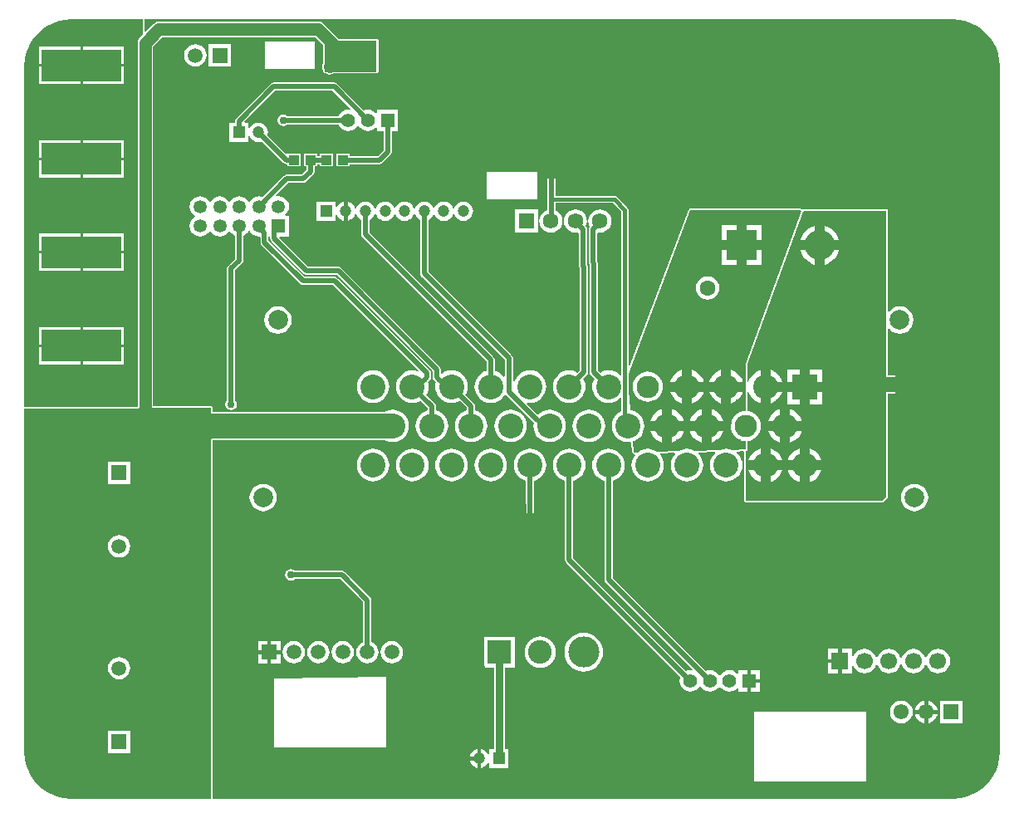
<source format=gtl>
G04*
G04 #@! TF.GenerationSoftware,Altium Limited,Altium Designer,20.0.13 (296)*
G04*
G04 Layer_Physical_Order=1*
G04 Layer_Color=255*
%FSLAX25Y25*%
%MOIN*%
G70*
G01*
G75*
%ADD14R,0.04300X0.03900*%
%ADD17C,0.06299*%
%ADD19C,0.12500*%
%ADD22C,0.10000*%
%ADD23R,0.10000X0.10000*%
%ADD25C,0.09500*%
%ADD46C,0.01500*%
%ADD47R,0.32000X0.13000*%
%ADD48R,0.02000X0.04000*%
%ADD49R,0.02000X0.02000*%
%ADD50R,0.06000X0.06000*%
%ADD51R,0.12000X0.06000*%
%ADD52C,0.02000*%
%ADD53C,0.05000*%
%ADD54C,0.10000*%
%ADD55C,0.03000*%
%ADD56R,0.21000X0.12500*%
%ADD57R,0.12000X0.12000*%
%ADD58C,0.12000*%
%ADD59R,0.09500X0.09500*%
%ADD60C,0.07900*%
%ADD61C,0.09000*%
%ADD62C,0.06102*%
%ADD63R,0.06102X0.06102*%
%ADD64R,0.06260X0.06260*%
%ADD65C,0.06260*%
%ADD66C,0.04724*%
%ADD67R,0.04724X0.04724*%
%ADD68R,0.05906X0.05906*%
%ADD69C,0.05906*%
%ADD70R,0.06693X0.06693*%
%ADD71C,0.06693*%
%ADD72C,0.05937*%
%ADD73R,0.05937X0.05937*%
%ADD74R,0.05512X0.05512*%
%ADD75C,0.05512*%
%ADD76R,0.04724X0.04724*%
%ADD77C,0.05900*%
%ADD78R,0.05900X0.05900*%
%ADD79C,0.05315*%
%ADD80R,0.05315X0.05315*%
%ADD81C,0.03000*%
G36*
X1008822Y785837D02*
X1011205Y785363D01*
X1013506Y784582D01*
X1015685Y783507D01*
X1017705Y782158D01*
X1019532Y780556D01*
X1021134Y778729D01*
X1022484Y776709D01*
X1023559Y774530D01*
X1024339Y772229D01*
X1024813Y769846D01*
X1024970Y767464D01*
X1024961Y767421D01*
Y491831D01*
X1024970Y491788D01*
X1024813Y489406D01*
X1024339Y487023D01*
X1023559Y484722D01*
X1022484Y482543D01*
X1021134Y480523D01*
X1019532Y478696D01*
X1017705Y477094D01*
X1015685Y475744D01*
X1013506Y474670D01*
X1011205Y473889D01*
X1008822Y473415D01*
X1006441Y473259D01*
X1006398Y473267D01*
X709149D01*
Y617162D01*
X709174Y617186D01*
X778078D01*
X778800Y616800D01*
X780025Y616429D01*
X781299Y616303D01*
X782574Y616429D01*
X783799Y616800D01*
X784928Y617404D01*
X785918Y618216D01*
X786730Y619206D01*
X787334Y620335D01*
X787705Y621560D01*
X787831Y622835D01*
X787705Y624109D01*
X787334Y625334D01*
X786730Y626463D01*
X785918Y627453D01*
X784928Y628265D01*
X783799Y628869D01*
X782574Y629241D01*
X781299Y629366D01*
X780025Y629241D01*
X778800Y628869D01*
X778078Y628483D01*
X709149D01*
Y630000D01*
X708959Y630459D01*
X708500Y630649D01*
X685127D01*
X685127Y775205D01*
X688795Y778873D01*
X750205D01*
X753351Y775728D01*
Y768640D01*
X753292Y768563D01*
X752980Y767809D01*
X752873Y767000D01*
X752980Y766191D01*
X753292Y765437D01*
X753351Y765360D01*
Y765000D01*
X753541Y764541D01*
X754000Y764351D01*
X754360D01*
X754437Y764292D01*
X755191Y763980D01*
X756000Y763873D01*
X756809Y763980D01*
X757563Y764292D01*
X757640Y764351D01*
X775000D01*
X775459Y764541D01*
X775649Y765000D01*
Y777500D01*
X775459Y777959D01*
X775000Y778149D01*
X759772D01*
X753711Y784211D01*
X753063Y784708D01*
X752309Y785020D01*
X751500Y785127D01*
X751500Y785127D01*
X687500D01*
X686691Y785020D01*
X685937Y784708D01*
X685289Y784211D01*
X685289Y784211D01*
X682111Y781033D01*
X681649Y781225D01*
Y785985D01*
X1006398D01*
X1006441Y785993D01*
X1008822Y785837D01*
D02*
G37*
G36*
X652067Y785985D02*
X681000D01*
Y779922D01*
X679789Y778711D01*
X679292Y778063D01*
X678980Y777309D01*
X678873Y776500D01*
X678873Y776500D01*
X678873Y630500D01*
X633503Y630500D01*
Y767421D01*
X633495Y767464D01*
X633651Y769846D01*
X634125Y772229D01*
X634906Y774530D01*
X635981Y776709D01*
X637330Y778729D01*
X638933Y780556D01*
X640759Y782158D01*
X642779Y783507D01*
X644959Y784582D01*
X647259Y785363D01*
X649642Y785837D01*
X652024Y785993D01*
X652067Y785985D01*
D02*
G37*
G36*
X708500Y473267D02*
X652067D01*
X652024Y473259D01*
X649642Y473415D01*
X647259Y473889D01*
X644959Y474670D01*
X642779Y475744D01*
X640759Y477094D01*
X638933Y478696D01*
X637330Y480523D01*
X635981Y482543D01*
X634906Y484722D01*
X634125Y487023D01*
X633651Y489406D01*
X633495Y491788D01*
X633503Y491831D01*
Y629850D01*
X678873Y629851D01*
X679234Y630000D01*
X708500D01*
Y473267D01*
D02*
G37*
%LPC*%
G36*
X716390Y776035D02*
X707453D01*
Y767098D01*
X716390D01*
Y776035D01*
D02*
G37*
G36*
X702079Y776074D02*
X700912Y775920D01*
X699825Y775470D01*
X698892Y774754D01*
X698175Y773820D01*
X697725Y772733D01*
X697572Y771567D01*
X697725Y770400D01*
X698175Y769313D01*
X698892Y768380D01*
X699825Y767664D01*
X700912Y767213D01*
X702079Y767060D01*
X703245Y767213D01*
X704332Y767664D01*
X705266Y768380D01*
X705982Y769313D01*
X706432Y770400D01*
X706586Y771567D01*
X706432Y772733D01*
X705982Y773820D01*
X705266Y774754D01*
X704332Y775470D01*
X703245Y775920D01*
X702079Y776074D01*
D02*
G37*
G36*
X750000Y777000D02*
X730000D01*
Y766000D01*
X750000D01*
Y777000D01*
D02*
G37*
G36*
X757874Y760631D02*
X733500D01*
X732876Y760507D01*
X732346Y760153D01*
X718409Y746216D01*
X718056Y745687D01*
X717932Y745063D01*
Y744527D01*
X715701D01*
Y736803D01*
X723425D01*
Y738952D01*
X723925Y739051D01*
X724063Y738718D01*
X724682Y737911D01*
X725489Y737292D01*
X726429Y736903D01*
X727437Y736770D01*
X728445Y736903D01*
X728762Y737034D01*
X737449Y728346D01*
X737978Y727993D01*
X738602Y727869D01*
X738904D01*
Y726950D01*
X744404D01*
Y732050D01*
X738904D01*
Y732050D01*
X738519Y731891D01*
X731069Y739341D01*
X731200Y739657D01*
X731332Y740665D01*
X731200Y741674D01*
X730811Y742613D01*
X730192Y743420D01*
X729385Y744039D01*
X728445Y744428D01*
X727437Y744561D01*
X726429Y744428D01*
X725489Y744039D01*
X724682Y743420D01*
X724063Y742613D01*
X723925Y742279D01*
X723425Y742379D01*
Y744527D01*
X721988D01*
X721797Y744989D01*
X734176Y757369D01*
X757198D01*
X764387Y750180D01*
X764153Y749707D01*
X763500Y749793D01*
X762389Y749646D01*
X761354Y749218D01*
X760465Y748535D01*
X759783Y747646D01*
X759569Y747131D01*
X739176D01*
X739158Y747158D01*
X738397Y747667D01*
X737500Y747845D01*
X736603Y747667D01*
X735842Y747158D01*
X735333Y746397D01*
X735155Y745500D01*
X735333Y744603D01*
X735842Y743842D01*
X736603Y743333D01*
X737500Y743155D01*
X738397Y743333D01*
X739158Y743842D01*
X739176Y743869D01*
X759569D01*
X759783Y743354D01*
X760465Y742465D01*
X761354Y741783D01*
X762389Y741354D01*
X763500Y741207D01*
X764611Y741354D01*
X765646Y741783D01*
X766535Y742465D01*
X767151Y743267D01*
X767435Y743316D01*
X767439D01*
X767723Y743267D01*
X768339Y742465D01*
X769228Y741783D01*
X770263Y741354D01*
X771374Y741207D01*
X772485Y741354D01*
X773520Y741783D01*
X774409Y742465D01*
X774519Y742607D01*
X774992Y742446D01*
Y741244D01*
X777617D01*
Y733424D01*
X775324Y731131D01*
X764096D01*
Y732050D01*
X758597D01*
Y726950D01*
X764096D01*
Y727869D01*
X776000D01*
X776624Y727993D01*
X777153Y728346D01*
X780402Y731595D01*
X780755Y732124D01*
X780879Y732748D01*
Y741244D01*
X783504D01*
Y749756D01*
X774992D01*
Y748554D01*
X774519Y748393D01*
X774409Y748535D01*
X773520Y749218D01*
X772485Y749646D01*
X771374Y749793D01*
X770263Y749646D01*
X769748Y749433D01*
X759028Y760153D01*
X758498Y760507D01*
X757874Y760631D01*
D02*
G37*
G36*
X757404Y732050D02*
X751903D01*
Y731131D01*
X751096D01*
Y732050D01*
X745597D01*
Y726950D01*
X746715D01*
Y725522D01*
X744824Y723631D01*
X738752D01*
X738128Y723507D01*
X737598Y723153D01*
X729177Y714732D01*
X728711Y714924D01*
X727626Y715067D01*
X726541Y714924D01*
X725529Y714506D01*
X724661Y713839D01*
X723994Y712971D01*
X723939Y712837D01*
X723439D01*
X723384Y712971D01*
X722717Y713839D01*
X721849Y714506D01*
X720837Y714924D01*
X719752Y715067D01*
X718667Y714924D01*
X717655Y714506D01*
X716787Y713839D01*
X716120Y712971D01*
X716065Y712837D01*
X715565D01*
X715510Y712971D01*
X714843Y713839D01*
X713975Y714506D01*
X712963Y714924D01*
X711878Y715067D01*
X710793Y714924D01*
X709781Y714506D01*
X708913Y713839D01*
X708246Y712971D01*
X708191Y712837D01*
X707691D01*
X707635Y712971D01*
X706969Y713839D01*
X706101Y714506D01*
X705089Y714924D01*
X704004Y715067D01*
X702919Y714924D01*
X701907Y714506D01*
X701039Y713839D01*
X700372Y712971D01*
X699954Y711959D01*
X699811Y710874D01*
X699954Y709789D01*
X700372Y708777D01*
X701039Y707909D01*
X701907Y707242D01*
X702041Y707187D01*
Y706687D01*
X701907Y706632D01*
X701039Y705965D01*
X700372Y705097D01*
X699954Y704085D01*
X699811Y703000D01*
X699954Y701915D01*
X700372Y700903D01*
X701039Y700035D01*
X701907Y699368D01*
X702919Y698949D01*
X704004Y698807D01*
X705089Y698949D01*
X706101Y699368D01*
X706969Y700035D01*
X707635Y700903D01*
X707691Y701037D01*
X708191D01*
X708246Y700903D01*
X708913Y700035D01*
X709781Y699368D01*
X710793Y698949D01*
X711878Y698807D01*
X712963Y698949D01*
X713975Y699368D01*
X714843Y700035D01*
X715510Y700903D01*
X715565Y701037D01*
X716065D01*
X716120Y700903D01*
X716787Y700035D01*
X717655Y699368D01*
X718121Y699176D01*
Y689928D01*
X715346Y687153D01*
X714993Y686624D01*
X714869Y686000D01*
Y633176D01*
X714842Y633158D01*
X714333Y632397D01*
X714155Y631500D01*
X714333Y630603D01*
X714842Y629842D01*
X715603Y629333D01*
X716500Y629155D01*
X717397Y629333D01*
X718158Y629842D01*
X718667Y630603D01*
X718845Y631500D01*
X718667Y632397D01*
X718158Y633158D01*
X718131Y633176D01*
Y685324D01*
X720905Y688098D01*
X721259Y688628D01*
X721383Y689252D01*
Y699176D01*
X721849Y699368D01*
X722717Y700035D01*
X723384Y700903D01*
X723439Y701037D01*
X723939D01*
X723994Y700903D01*
X724661Y700035D01*
X725529Y699368D01*
X726541Y698949D01*
X727626Y698807D01*
X727830Y698834D01*
X728206Y698504D01*
Y696472D01*
X728330Y695847D01*
X728684Y695318D01*
X744062Y679940D01*
X744591Y679586D01*
X745216Y679462D01*
X757301D01*
X791602Y645161D01*
X791336Y644719D01*
X790448Y644989D01*
X789173Y645114D01*
X787899Y644989D01*
X786674Y644617D01*
X785545Y644013D01*
X784555Y643201D01*
X783743Y642211D01*
X783139Y641082D01*
X782767Y639857D01*
X782642Y638583D01*
X782767Y637309D01*
X783139Y636083D01*
X783743Y634954D01*
X784555Y633964D01*
X785545Y633152D01*
X786674Y632548D01*
X787899Y632177D01*
X789173Y632051D01*
X790448Y632177D01*
X791673Y632548D01*
X792473Y632976D01*
X795416Y630033D01*
Y629132D01*
X794548Y628869D01*
X793419Y628265D01*
X792429Y627453D01*
X791617Y626463D01*
X791013Y625334D01*
X790641Y624109D01*
X790516Y622835D01*
X790641Y621560D01*
X791013Y620335D01*
X791617Y619206D01*
X792429Y618216D01*
X793419Y617404D01*
X794548Y616800D01*
X795773Y616429D01*
X797047Y616303D01*
X798322Y616429D01*
X799547Y616800D01*
X800676Y617404D01*
X801666Y618216D01*
X802478Y619206D01*
X803082Y620335D01*
X803453Y621560D01*
X803579Y622835D01*
X803453Y624109D01*
X803082Y625334D01*
X802478Y626463D01*
X801666Y627453D01*
X800676Y628265D01*
X799547Y628869D01*
X798679Y629132D01*
Y630709D01*
X798555Y631333D01*
X798201Y631862D01*
X794780Y635283D01*
X795208Y636083D01*
X795579Y637309D01*
X795705Y638583D01*
X795579Y639857D01*
X795430Y640349D01*
X796247Y641166D01*
X796600Y641695D01*
X796724Y642320D01*
Y643976D01*
X796600Y644601D01*
X796247Y645130D01*
X759130Y682247D01*
X758601Y682600D01*
X757976Y682725D01*
X745891D01*
X731468Y697147D01*
Y698842D01*
X732114D01*
Y698091D01*
X732238Y697466D01*
X732592Y696937D01*
X745681Y683848D01*
X746210Y683494D01*
X746835Y683370D01*
X758920D01*
X797370Y644920D01*
Y642320D01*
X797494Y641695D01*
X797848Y641166D01*
X798665Y640349D01*
X798515Y639857D01*
X798390Y638583D01*
X798515Y637309D01*
X798887Y636083D01*
X799491Y634954D01*
X800303Y633964D01*
X801293Y633152D01*
X802422Y632548D01*
X803647Y632177D01*
X804921Y632051D01*
X806196Y632177D01*
X807421Y632548D01*
X808221Y632976D01*
X811164Y630033D01*
Y629132D01*
X810296Y628869D01*
X809167Y628265D01*
X808177Y627453D01*
X807365Y626463D01*
X806761Y625334D01*
X806389Y624109D01*
X806264Y622835D01*
X806389Y621560D01*
X806761Y620335D01*
X807365Y619206D01*
X808177Y618216D01*
X809167Y617404D01*
X810296Y616800D01*
X811521Y616429D01*
X812795Y616303D01*
X814070Y616429D01*
X815295Y616800D01*
X816424Y617404D01*
X817414Y618216D01*
X818226Y619206D01*
X818830Y620335D01*
X819201Y621560D01*
X819327Y622835D01*
X819201Y624109D01*
X818830Y625334D01*
X818226Y626463D01*
X817414Y627453D01*
X816424Y628265D01*
X815295Y628869D01*
X814427Y629132D01*
Y630709D01*
X814303Y631333D01*
X813949Y631862D01*
X810528Y635283D01*
X810956Y636083D01*
X811327Y637309D01*
X811453Y638583D01*
X811327Y639857D01*
X810956Y641082D01*
X810352Y642211D01*
X809540Y643201D01*
X808550Y644013D01*
X807421Y644617D01*
X806196Y644989D01*
X804921Y645114D01*
X803647Y644989D01*
X802422Y644617D01*
X801293Y644013D01*
X801085Y643843D01*
X800633Y644057D01*
Y645595D01*
X800509Y646220D01*
X800155Y646749D01*
X760749Y686155D01*
X760220Y686509D01*
X759595Y686633D01*
X747510D01*
X735801Y698343D01*
X736008Y698842D01*
X739657D01*
Y707158D01*
X738307D01*
X738137Y707657D01*
X738465Y707909D01*
X739131Y708777D01*
X739550Y709789D01*
X739693Y710874D01*
X739550Y711959D01*
X739131Y712971D01*
X738465Y713839D01*
X737597Y714506D01*
X736585Y714924D01*
X735500Y715067D01*
X734732Y714966D01*
X734499Y715440D01*
X739428Y720369D01*
X745500D01*
X746124Y720493D01*
X746654Y720847D01*
X749500Y723693D01*
X749854Y724222D01*
X749978Y724847D01*
Y726950D01*
X751096D01*
Y727869D01*
X751903D01*
Y726950D01*
X757404D01*
Y732050D01*
D02*
G37*
G36*
X839370Y724705D02*
X819094Y724606D01*
Y713681D01*
X839370D01*
Y724705D01*
D02*
G37*
G36*
X809744Y712895D02*
X808736Y712763D01*
X807796Y712374D01*
X806989Y711755D01*
X806371Y710948D01*
X806078Y710241D01*
X805536D01*
X805244Y710948D01*
X804625Y711755D01*
X803818Y712374D01*
X802878Y712763D01*
X801870Y712895D01*
X800862Y712763D01*
X799922Y712374D01*
X799116Y711755D01*
X798496Y710948D01*
X798204Y710241D01*
X797662D01*
X797370Y710948D01*
X796751Y711755D01*
X795944Y712374D01*
X795004Y712763D01*
X793996Y712895D01*
X792988Y712763D01*
X792048Y712374D01*
X791242Y711755D01*
X790622Y710948D01*
X790330Y710241D01*
X789788D01*
X789496Y710948D01*
X788877Y711755D01*
X788070Y712374D01*
X787130Y712763D01*
X786122Y712895D01*
X785114Y712763D01*
X784174Y712374D01*
X783367Y711755D01*
X782748Y710948D01*
X782456Y710241D01*
X781914D01*
X781622Y710948D01*
X781003Y711755D01*
X780196Y712374D01*
X779256Y712763D01*
X778248Y712895D01*
X777240Y712763D01*
X776300Y712374D01*
X775493Y711755D01*
X774874Y710948D01*
X774582Y710241D01*
X774040D01*
X773748Y710948D01*
X773129Y711755D01*
X772322Y712374D01*
X771382Y712763D01*
X770374Y712895D01*
X769366Y712763D01*
X768426Y712374D01*
X767620Y711755D01*
X767000Y710948D01*
X766708Y710241D01*
X766166D01*
X765874Y710948D01*
X765255Y711755D01*
X764448Y712374D01*
X763508Y712763D01*
X763250Y712797D01*
Y709000D01*
Y705203D01*
X763508Y705237D01*
X764448Y705626D01*
X765255Y706245D01*
X765874Y707052D01*
X766166Y707759D01*
X766708D01*
X767000Y707052D01*
X767620Y706245D01*
X768426Y705626D01*
X768743Y705495D01*
Y699653D01*
X768867Y699028D01*
X769220Y698499D01*
X819038Y648682D01*
Y644880D01*
X818170Y644617D01*
X817041Y644013D01*
X816051Y643201D01*
X815239Y642211D01*
X814635Y641082D01*
X814263Y639857D01*
X814138Y638583D01*
X814263Y637309D01*
X814635Y636083D01*
X815239Y634954D01*
X816051Y633964D01*
X817041Y633152D01*
X818170Y632548D01*
X819395Y632177D01*
X820669Y632051D01*
X821943Y632177D01*
X823169Y632548D01*
X824298Y633152D01*
X825288Y633964D01*
X826100Y634954D01*
X826319Y635364D01*
X826793Y635387D01*
X826866Y635327D01*
X837932Y624261D01*
X837885Y624109D01*
X837760Y622835D01*
X837885Y621560D01*
X838257Y620335D01*
X838861Y619206D01*
X839673Y618216D01*
X840663Y617404D01*
X841792Y616800D01*
X843017Y616429D01*
X844291Y616303D01*
X845566Y616429D01*
X846791Y616800D01*
X847920Y617404D01*
X848910Y618216D01*
X849722Y619206D01*
X850326Y620335D01*
X850697Y621560D01*
X850823Y622835D01*
X850697Y624109D01*
X850326Y625334D01*
X849722Y626463D01*
X848910Y627453D01*
X847920Y628265D01*
X846791Y628869D01*
X845566Y629241D01*
X844291Y629366D01*
X843017Y629241D01*
X841792Y628869D01*
X840663Y628265D01*
X839673Y627453D01*
X839369Y627438D01*
X835132Y631675D01*
X835359Y632156D01*
X836417Y632051D01*
X837691Y632177D01*
X838917Y632548D01*
X840046Y633152D01*
X841036Y633964D01*
X841848Y634954D01*
X842452Y636083D01*
X842823Y637309D01*
X842949Y638583D01*
X842823Y639857D01*
X842452Y641082D01*
X841848Y642211D01*
X841036Y643201D01*
X840046Y644013D01*
X838917Y644617D01*
X837691Y644989D01*
X836417Y645114D01*
X835143Y644989D01*
X833918Y644617D01*
X832789Y644013D01*
X831799Y643201D01*
X830987Y642211D01*
X830383Y641082D01*
X830131Y640252D01*
X829631Y640327D01*
Y650000D01*
X829507Y650624D01*
X829154Y651154D01*
X795627Y684680D01*
Y705495D01*
X795944Y705626D01*
X796751Y706245D01*
X797370Y707052D01*
X797662Y707759D01*
X798204D01*
X798496Y707052D01*
X799116Y706245D01*
X799922Y705626D01*
X800862Y705237D01*
X801870Y705104D01*
X802878Y705237D01*
X803818Y705626D01*
X804625Y706245D01*
X805244Y707052D01*
X805536Y707759D01*
X806078D01*
X806371Y707052D01*
X806989Y706245D01*
X807796Y705626D01*
X808736Y705237D01*
X809744Y705104D01*
X810752Y705237D01*
X811692Y705626D01*
X812499Y706245D01*
X813118Y707052D01*
X813507Y707992D01*
X813640Y709000D01*
X813507Y710008D01*
X813118Y710948D01*
X812499Y711755D01*
X811692Y712374D01*
X810752Y712763D01*
X809744Y712895D01*
D02*
G37*
G36*
X758488Y712862D02*
X750764D01*
Y705138D01*
X758488D01*
Y707286D01*
X758988Y707386D01*
X759126Y707052D01*
X759745Y706245D01*
X760552Y705626D01*
X761492Y705237D01*
X761750Y705203D01*
Y709000D01*
Y712797D01*
X761492Y712763D01*
X760552Y712374D01*
X759745Y711755D01*
X759126Y710948D01*
X758988Y710614D01*
X758488Y710714D01*
Y712862D01*
D02*
G37*
G36*
X839630Y709630D02*
X830370D01*
Y700370D01*
X839630D01*
Y709630D01*
D02*
G37*
G36*
X846600Y722100D02*
X843400D01*
Y718658D01*
X843369Y718500D01*
Y714000D01*
Y709401D01*
X842508Y709044D01*
X841540Y708302D01*
X840798Y707335D01*
X840332Y706209D01*
X840173Y705000D01*
X840332Y703791D01*
X840798Y702665D01*
X841540Y701698D01*
X842508Y700956D01*
X843634Y700489D01*
X844843Y700330D01*
X846051Y700489D01*
X847178Y700956D01*
X848145Y701698D01*
X848887Y702665D01*
X849353Y703791D01*
X849512Y705000D01*
X849353Y706209D01*
X848887Y707335D01*
X848145Y708302D01*
X847178Y709044D01*
X846631Y709270D01*
Y712373D01*
X869680D01*
X873124Y708930D01*
Y643222D01*
X872653Y643054D01*
X872532Y643201D01*
X871542Y644013D01*
X870413Y644617D01*
X869188Y644989D01*
X867913Y645114D01*
X866639Y644989D01*
X865414Y644617D01*
X864614Y644189D01*
X863625Y645178D01*
Y688237D01*
X863501Y688861D01*
X863330Y689117D01*
Y700109D01*
X863706Y700438D01*
X864528Y700330D01*
X865736Y700489D01*
X866862Y700956D01*
X867830Y701698D01*
X868572Y702665D01*
X869038Y703791D01*
X869197Y705000D01*
X869038Y706209D01*
X868572Y707335D01*
X867830Y708302D01*
X866862Y709044D01*
X865736Y709511D01*
X864528Y709670D01*
X863319Y709511D01*
X862193Y709044D01*
X861226Y708302D01*
X860483Y707335D01*
X860017Y706209D01*
X859858Y705000D01*
X860017Y703791D01*
X860454Y702736D01*
X860191Y702343D01*
X860067Y701718D01*
Y688532D01*
X860191Y687908D01*
X860362Y687652D01*
Y644502D01*
X860486Y643878D01*
X860840Y643349D01*
X862307Y641882D01*
X861879Y641082D01*
X861507Y639857D01*
X861382Y638583D01*
X861507Y637309D01*
X861879Y636083D01*
X862483Y634954D01*
X863295Y633964D01*
X864285Y633152D01*
X865414Y632548D01*
X866639Y632177D01*
X867913Y632051D01*
X869188Y632177D01*
X870413Y632548D01*
X871542Y633152D01*
X872532Y633964D01*
X872653Y634112D01*
X873124Y633943D01*
Y628781D01*
X872159Y628265D01*
X871169Y627453D01*
X870357Y626463D01*
X869753Y625334D01*
X869381Y624109D01*
X869256Y622835D01*
X869381Y621560D01*
X869753Y620335D01*
X870357Y619206D01*
X871169Y618216D01*
X872159Y617404D01*
X873288Y616800D01*
X874513Y616429D01*
X875787Y616303D01*
X876615Y616385D01*
X877157Y615956D01*
X877503Y612146D01*
X877609Y611943D01*
X877702Y611735D01*
X877723Y611726D01*
X877734Y611706D01*
X877952Y611638D01*
X878165Y611555D01*
X878336Y611560D01*
X878555Y611110D01*
X878231Y610715D01*
X877627Y609586D01*
X877256Y608361D01*
X877130Y607087D01*
X877256Y605812D01*
X877627Y604587D01*
X878231Y603458D01*
X879043Y602468D01*
X880033Y601656D01*
X881162Y601052D01*
X882387Y600681D01*
X883661Y600555D01*
X884936Y600681D01*
X886161Y601052D01*
X887290Y601656D01*
X888280Y602468D01*
X889092Y603458D01*
X889696Y604587D01*
X890067Y605812D01*
X890193Y607087D01*
X890067Y608361D01*
X889696Y609586D01*
X889092Y610715D01*
X888606Y611307D01*
X888838Y611813D01*
X894342Y611946D01*
X894583Y611451D01*
X893979Y610715D01*
X893375Y609586D01*
X893003Y608361D01*
X892878Y607087D01*
X893003Y605812D01*
X893375Y604587D01*
X893979Y603458D01*
X894791Y602468D01*
X895781Y601656D01*
X896910Y601052D01*
X898135Y600681D01*
X899409Y600555D01*
X900684Y600681D01*
X901909Y601052D01*
X903038Y601656D01*
X904028Y602468D01*
X904840Y603458D01*
X905444Y604587D01*
X905815Y605812D01*
X905941Y607087D01*
X905815Y608361D01*
X905444Y609586D01*
X904840Y610715D01*
X904049Y611680D01*
X904073Y611861D01*
X904184Y612183D01*
X910564Y612337D01*
X910738Y611868D01*
X910539Y611705D01*
X909727Y610715D01*
X909123Y609586D01*
X908751Y608361D01*
X908626Y607087D01*
X908751Y605812D01*
X909123Y604587D01*
X909727Y603458D01*
X910539Y602468D01*
X911529Y601656D01*
X912658Y601052D01*
X913883Y600681D01*
X915158Y600555D01*
X916432Y600681D01*
X917657Y601052D01*
X918786Y601656D01*
X919776Y602468D01*
X920588Y603458D01*
X921192Y604587D01*
X921563Y605812D01*
X921689Y607087D01*
X921563Y608361D01*
X921192Y609586D01*
X920588Y610715D01*
X919776Y611705D01*
X919357Y612049D01*
X919530Y612553D01*
X922024Y612613D01*
X922382Y612264D01*
Y592913D01*
X922572Y592454D01*
X923032Y592264D01*
X977953D01*
X978412Y592454D01*
X979891Y593933D01*
X980081Y594392D01*
Y635900D01*
X983100D01*
Y643100D01*
X980081D01*
Y661786D01*
X980581Y661956D01*
X980956Y661467D01*
X982094Y660594D01*
X983420Y660045D01*
X984842Y659857D01*
X986265Y660045D01*
X987591Y660594D01*
X988729Y661467D01*
X989603Y662606D01*
X990152Y663932D01*
X990340Y665354D01*
X990152Y666777D01*
X989603Y668103D01*
X988729Y669241D01*
X987591Y670115D01*
X986265Y670664D01*
X984842Y670851D01*
X983420Y670664D01*
X982094Y670115D01*
X980956Y669241D01*
X980581Y668753D01*
X980081Y668923D01*
Y709252D01*
X979891Y709711D01*
X979431Y709901D01*
X946419D01*
X946284Y709845D01*
X946137Y709837D01*
X945997Y709770D01*
X945987Y709768D01*
X945511Y709810D01*
X945330Y709885D01*
X945165Y709990D01*
X945107Y709977D01*
X945052Y710000D01*
X900768D01*
X900641Y709947D01*
X900502Y709943D01*
X900420Y709856D01*
X900309Y709810D01*
X900256Y709682D01*
X900161Y709581D01*
X876368Y646916D01*
X875876Y647006D01*
Y709500D01*
X875877Y709500D01*
X875772Y710027D01*
X875473Y710473D01*
X871223Y714723D01*
X870777Y715022D01*
X870250Y715127D01*
X846631D01*
Y718500D01*
X846600Y718658D01*
Y722100D01*
D02*
G37*
G36*
X735236Y670851D02*
X733813Y670664D01*
X732488Y670115D01*
X731349Y669241D01*
X730476Y668103D01*
X729926Y666777D01*
X729739Y665354D01*
X729926Y663932D01*
X730476Y662606D01*
X731349Y661467D01*
X732488Y660594D01*
X733813Y660045D01*
X735236Y659857D01*
X736659Y660045D01*
X737985Y660594D01*
X739123Y661467D01*
X739997Y662606D01*
X740546Y663932D01*
X740733Y665354D01*
X740546Y666777D01*
X739997Y668103D01*
X739123Y669241D01*
X737985Y670115D01*
X736659Y670664D01*
X735236Y670851D01*
D02*
G37*
G36*
X854685Y709670D02*
X853476Y709511D01*
X852350Y709044D01*
X851383Y708302D01*
X850641Y707335D01*
X850174Y706209D01*
X850015Y705000D01*
X850174Y703791D01*
X850641Y702665D01*
X851383Y701698D01*
X852350Y700956D01*
X853476Y700489D01*
X854685Y700330D01*
X855659Y700458D01*
X856159Y700109D01*
Y686913D01*
X856283Y686289D01*
X856454Y686033D01*
Y645178D01*
X855465Y644189D01*
X854665Y644617D01*
X853440Y644989D01*
X852165Y645114D01*
X850891Y644989D01*
X849666Y644617D01*
X848537Y644013D01*
X847547Y643201D01*
X846735Y642211D01*
X846131Y641082D01*
X845759Y639857D01*
X845634Y638583D01*
X845759Y637309D01*
X846131Y636083D01*
X846735Y634954D01*
X847547Y633964D01*
X848537Y633152D01*
X849666Y632548D01*
X850891Y632177D01*
X852165Y632051D01*
X853440Y632177D01*
X854665Y632548D01*
X855794Y633152D01*
X856784Y633964D01*
X857596Y634954D01*
X858200Y636083D01*
X858571Y637309D01*
X858697Y638583D01*
X858571Y639857D01*
X858200Y641082D01*
X857772Y641882D01*
X859239Y643349D01*
X859592Y643878D01*
X859717Y644502D01*
Y686618D01*
X859592Y687243D01*
X859421Y687499D01*
Y701718D01*
X859297Y702343D01*
X858943Y702872D01*
X858852Y702963D01*
X859196Y703791D01*
X859355Y705000D01*
X859196Y706209D01*
X858729Y707335D01*
X857987Y708302D01*
X857020Y709044D01*
X855894Y709511D01*
X854685Y709670D01*
D02*
G37*
G36*
X773425Y645114D02*
X772151Y644989D01*
X770926Y644617D01*
X769797Y644013D01*
X768807Y643201D01*
X767994Y642211D01*
X767391Y641082D01*
X767019Y639857D01*
X766894Y638583D01*
X767019Y637309D01*
X767391Y636083D01*
X767994Y634954D01*
X768807Y633964D01*
X769797Y633152D01*
X770926Y632548D01*
X772151Y632177D01*
X773425Y632051D01*
X774699Y632177D01*
X775925Y632548D01*
X777054Y633152D01*
X778044Y633964D01*
X778856Y634954D01*
X779459Y636083D01*
X779831Y637309D01*
X779957Y638583D01*
X779831Y639857D01*
X779459Y641082D01*
X778856Y642211D01*
X778044Y643201D01*
X777054Y644013D01*
X775925Y644617D01*
X774699Y644989D01*
X773425Y645114D01*
D02*
G37*
G36*
X860039Y629366D02*
X858765Y629241D01*
X857540Y628869D01*
X856411Y628265D01*
X855421Y627453D01*
X854609Y626463D01*
X854005Y625334D01*
X853633Y624109D01*
X853508Y622835D01*
X853633Y621560D01*
X854005Y620335D01*
X854609Y619206D01*
X855421Y618216D01*
X856411Y617404D01*
X857540Y616800D01*
X858765Y616429D01*
X860039Y616303D01*
X861314Y616429D01*
X862539Y616800D01*
X863668Y617404D01*
X864658Y618216D01*
X865470Y619206D01*
X866074Y620335D01*
X866445Y621560D01*
X866571Y622835D01*
X866445Y624109D01*
X866074Y625334D01*
X865470Y626463D01*
X864658Y627453D01*
X863668Y628265D01*
X862539Y628869D01*
X861314Y629241D01*
X860039Y629366D01*
D02*
G37*
G36*
X828643D02*
X827369Y629241D01*
X826144Y628869D01*
X825015Y628265D01*
X824025Y627453D01*
X823213Y626463D01*
X822609Y625334D01*
X822237Y624109D01*
X822112Y622835D01*
X822237Y621560D01*
X822609Y620335D01*
X823213Y619206D01*
X824025Y618216D01*
X825015Y617404D01*
X826144Y616800D01*
X827369Y616429D01*
X828643Y616303D01*
X829918Y616429D01*
X831143Y616800D01*
X832272Y617404D01*
X833262Y618216D01*
X834074Y619206D01*
X834678Y620335D01*
X835049Y621560D01*
X835175Y622835D01*
X835049Y624109D01*
X834678Y625334D01*
X834074Y626463D01*
X833262Y627453D01*
X832272Y628265D01*
X831143Y628869D01*
X829918Y629241D01*
X828643Y629366D01*
D02*
G37*
G36*
X820669Y613618D02*
X819395Y613493D01*
X818170Y613121D01*
X817041Y612517D01*
X816051Y611705D01*
X815239Y610715D01*
X814635Y609586D01*
X814263Y608361D01*
X814138Y607087D01*
X814263Y605812D01*
X814635Y604587D01*
X815239Y603458D01*
X816051Y602468D01*
X817041Y601656D01*
X818170Y601052D01*
X819395Y600681D01*
X820669Y600555D01*
X821943Y600681D01*
X823169Y601052D01*
X824298Y601656D01*
X825288Y602468D01*
X826100Y603458D01*
X826704Y604587D01*
X827075Y605812D01*
X827201Y607087D01*
X827075Y608361D01*
X826704Y609586D01*
X826100Y610715D01*
X825288Y611705D01*
X824298Y612517D01*
X823169Y613121D01*
X821943Y613493D01*
X820669Y613618D01*
D02*
G37*
G36*
X804921D02*
X803647Y613493D01*
X802422Y613121D01*
X801293Y612517D01*
X800303Y611705D01*
X799491Y610715D01*
X798887Y609586D01*
X798515Y608361D01*
X798390Y607087D01*
X798515Y605812D01*
X798887Y604587D01*
X799491Y603458D01*
X800303Y602468D01*
X801293Y601656D01*
X802422Y601052D01*
X803647Y600681D01*
X804921Y600555D01*
X806196Y600681D01*
X807421Y601052D01*
X808550Y601656D01*
X809540Y602468D01*
X810352Y603458D01*
X810956Y604587D01*
X811327Y605812D01*
X811453Y607087D01*
X811327Y608361D01*
X810956Y609586D01*
X810352Y610715D01*
X809540Y611705D01*
X808550Y612517D01*
X807421Y613121D01*
X806196Y613493D01*
X804921Y613618D01*
D02*
G37*
G36*
X789173D02*
X787899Y613493D01*
X786674Y613121D01*
X785545Y612517D01*
X784555Y611705D01*
X783743Y610715D01*
X783139Y609586D01*
X782767Y608361D01*
X782642Y607087D01*
X782767Y605812D01*
X783139Y604587D01*
X783743Y603458D01*
X784555Y602468D01*
X785545Y601656D01*
X786674Y601052D01*
X787899Y600681D01*
X789173Y600555D01*
X790448Y600681D01*
X791673Y601052D01*
X792802Y601656D01*
X793792Y602468D01*
X794604Y603458D01*
X795208Y604587D01*
X795579Y605812D01*
X795705Y607087D01*
X795579Y608361D01*
X795208Y609586D01*
X794604Y610715D01*
X793792Y611705D01*
X792802Y612517D01*
X791673Y613121D01*
X790448Y613493D01*
X789173Y613618D01*
D02*
G37*
G36*
X773425D02*
X772151Y613493D01*
X770926Y613121D01*
X769797Y612517D01*
X768807Y611705D01*
X767994Y610715D01*
X767391Y609586D01*
X767019Y608361D01*
X766894Y607087D01*
X767019Y605812D01*
X767391Y604587D01*
X767994Y603458D01*
X768807Y602468D01*
X769797Y601656D01*
X770926Y601052D01*
X772151Y600681D01*
X773425Y600555D01*
X774699Y600681D01*
X775925Y601052D01*
X777054Y601656D01*
X778044Y602468D01*
X778856Y603458D01*
X779459Y604587D01*
X779831Y605812D01*
X779957Y607087D01*
X779831Y608361D01*
X779459Y609586D01*
X778856Y610715D01*
X778044Y611705D01*
X777054Y612517D01*
X775925Y613121D01*
X774699Y613493D01*
X773425Y613618D01*
D02*
G37*
G36*
X990748Y599591D02*
X989325Y599404D01*
X988000Y598855D01*
X986861Y597982D01*
X985987Y596843D01*
X985438Y595517D01*
X985251Y594095D01*
X985438Y592672D01*
X985987Y591346D01*
X986861Y590207D01*
X988000Y589334D01*
X989325Y588785D01*
X990748Y588597D01*
X992171Y588785D01*
X993497Y589334D01*
X994635Y590207D01*
X995509Y591346D01*
X996058Y592672D01*
X996245Y594095D01*
X996058Y595517D01*
X995509Y596843D01*
X994635Y597982D01*
X993497Y598855D01*
X992171Y599404D01*
X990748Y599591D01*
D02*
G37*
G36*
X729331D02*
X727908Y599404D01*
X726582Y598855D01*
X725444Y597982D01*
X724570Y596843D01*
X724021Y595517D01*
X723834Y594095D01*
X724021Y592672D01*
X724570Y591346D01*
X725444Y590207D01*
X726582Y589334D01*
X727908Y588785D01*
X729331Y588597D01*
X730754Y588785D01*
X732079Y589334D01*
X733218Y590207D01*
X734091Y591346D01*
X734640Y592672D01*
X734828Y594095D01*
X734640Y595517D01*
X734091Y596843D01*
X733218Y597982D01*
X732079Y598855D01*
X730754Y599404D01*
X729331Y599591D01*
D02*
G37*
G36*
X836417Y613618D02*
X835143Y613493D01*
X833918Y613121D01*
X832789Y612517D01*
X831799Y611705D01*
X830987Y610715D01*
X830383Y609586D01*
X830011Y608361D01*
X829886Y607087D01*
X830011Y605812D01*
X830383Y604587D01*
X830987Y603458D01*
X831799Y602468D01*
X832789Y601656D01*
X833918Y601052D01*
X834869Y600764D01*
Y591500D01*
X834900Y591342D01*
Y587900D01*
X838100D01*
Y591342D01*
X838131Y591500D01*
Y600814D01*
X838917Y601052D01*
X840046Y601656D01*
X841036Y602468D01*
X841848Y603458D01*
X842452Y604587D01*
X842823Y605812D01*
X842949Y607087D01*
X842823Y608361D01*
X842452Y609586D01*
X841848Y610715D01*
X841036Y611705D01*
X840046Y612517D01*
X838917Y613121D01*
X837691Y613493D01*
X836417Y613618D01*
D02*
G37*
G36*
X736237Y536450D02*
X732537D01*
Y532750D01*
X736237D01*
Y536450D01*
D02*
G37*
G36*
X731037D02*
X727337D01*
Y532750D01*
X731037D01*
Y536450D01*
D02*
G37*
G36*
X1000185Y533321D02*
X998920Y533155D01*
X997741Y532666D01*
X996729Y531890D01*
X995952Y530877D01*
X995526Y529850D01*
X995001D01*
X994576Y530877D01*
X993799Y531890D01*
X992787Y532666D01*
X991608Y533155D01*
X990343Y533321D01*
X989077Y533155D01*
X987898Y532666D01*
X986886Y531890D01*
X986109Y530877D01*
X985684Y529850D01*
X985159D01*
X984733Y530877D01*
X983957Y531890D01*
X982944Y532666D01*
X981765Y533155D01*
X980500Y533321D01*
X979235Y533155D01*
X978056Y532666D01*
X977044Y531890D01*
X976267Y530877D01*
X975841Y529850D01*
X975316D01*
X974891Y530877D01*
X974114Y531890D01*
X973102Y532666D01*
X971923Y533155D01*
X970658Y533321D01*
X969392Y533155D01*
X968213Y532666D01*
X967201Y531890D01*
X966424Y530877D01*
X966161Y530243D01*
X965661Y530342D01*
Y533280D01*
X961565D01*
Y528433D01*
Y523587D01*
X965661D01*
Y526524D01*
X966161Y526623D01*
X966424Y525989D01*
X967201Y524976D01*
X968213Y524200D01*
X969392Y523711D01*
X970658Y523545D01*
X971923Y523711D01*
X973102Y524200D01*
X974114Y524976D01*
X974891Y525989D01*
X975316Y527016D01*
X975841D01*
X976267Y525989D01*
X977044Y524976D01*
X978056Y524200D01*
X979235Y523711D01*
X980500Y523545D01*
X981765Y523711D01*
X982944Y524200D01*
X983957Y524976D01*
X984733Y525989D01*
X985159Y527016D01*
X985684D01*
X986109Y525989D01*
X986886Y524976D01*
X987898Y524200D01*
X989077Y523711D01*
X990343Y523545D01*
X991608Y523711D01*
X992787Y524200D01*
X993799Y524976D01*
X994576Y525989D01*
X995001Y527016D01*
X995526D01*
X995952Y525989D01*
X996729Y524976D01*
X997741Y524200D01*
X998920Y523711D01*
X1000185Y523545D01*
X1001450Y523711D01*
X1002629Y524200D01*
X1003642Y524976D01*
X1004418Y525989D01*
X1004907Y527168D01*
X1005073Y528433D01*
X1004907Y529698D01*
X1004418Y530877D01*
X1003642Y531890D01*
X1002629Y532666D01*
X1001450Y533155D01*
X1000185Y533321D01*
D02*
G37*
G36*
X960065Y533280D02*
X955968D01*
Y529183D01*
X960065D01*
Y533280D01*
D02*
G37*
G36*
X736237Y531250D02*
X732537D01*
Y527550D01*
X736237D01*
Y531250D01*
D02*
G37*
G36*
X731037D02*
X727337D01*
Y527550D01*
X731037D01*
Y531250D01*
D02*
G37*
G36*
X781000Y536488D02*
X779838Y536336D01*
X778756Y535887D01*
X777826Y535174D01*
X777113Y534244D01*
X776664Y533162D01*
X776512Y532000D01*
X776664Y530838D01*
X777113Y529756D01*
X777826Y528826D01*
X778756Y528113D01*
X779838Y527665D01*
X781000Y527512D01*
X782162Y527665D01*
X783244Y528113D01*
X784174Y528826D01*
X784887Y529756D01*
X785335Y530838D01*
X785488Y532000D01*
X785335Y533162D01*
X784887Y534244D01*
X784174Y535174D01*
X783244Y535887D01*
X782162Y536336D01*
X781000Y536488D01*
D02*
G37*
G36*
X740500Y565345D02*
X739603Y565167D01*
X738842Y564658D01*
X738333Y563897D01*
X738155Y563000D01*
X738333Y562103D01*
X738842Y561342D01*
X739603Y560833D01*
X740500Y560655D01*
X741397Y560833D01*
X742158Y561342D01*
X742176Y561369D01*
X760324Y561369D01*
X769526Y552167D01*
Y536141D01*
X768913Y535887D01*
X767984Y535174D01*
X767270Y534244D01*
X766822Y533162D01*
X766669Y532000D01*
X766822Y530838D01*
X767270Y529756D01*
X767984Y528826D01*
X768913Y528113D01*
X769996Y527665D01*
X771158Y527512D01*
X772319Y527665D01*
X773402Y528113D01*
X774331Y528826D01*
X775045Y529756D01*
X775493Y530838D01*
X775646Y532000D01*
X775493Y533162D01*
X775045Y534244D01*
X774331Y535174D01*
X773402Y535887D01*
X772789Y536141D01*
Y552843D01*
X772665Y553467D01*
X772311Y553996D01*
X762153Y564153D01*
X761624Y564507D01*
X761000Y564631D01*
X742176Y564631D01*
X742158Y564658D01*
X741397Y565167D01*
X740500Y565345D01*
D02*
G37*
G36*
X761315Y536488D02*
X760153Y536336D01*
X759071Y535887D01*
X758141Y535174D01*
X757428Y534244D01*
X756980Y533162D01*
X756827Y532000D01*
X756980Y530838D01*
X757428Y529756D01*
X758141Y528826D01*
X759071Y528113D01*
X760153Y527665D01*
X761315Y527512D01*
X762477Y527665D01*
X763559Y528113D01*
X764489Y528826D01*
X765202Y529756D01*
X765650Y530838D01*
X765803Y532000D01*
X765650Y533162D01*
X765202Y534244D01*
X764489Y535174D01*
X763559Y535887D01*
X762477Y536336D01*
X761315Y536488D01*
D02*
G37*
G36*
X751473D02*
X750311Y536336D01*
X749228Y535887D01*
X748299Y535174D01*
X747585Y534244D01*
X747137Y533162D01*
X746984Y532000D01*
X747137Y530838D01*
X747585Y529756D01*
X748299Y528826D01*
X749228Y528113D01*
X750311Y527665D01*
X751473Y527512D01*
X752634Y527665D01*
X753717Y528113D01*
X754646Y528826D01*
X755360Y529756D01*
X755808Y530838D01*
X755961Y532000D01*
X755808Y533162D01*
X755360Y534244D01*
X754646Y535174D01*
X753717Y535887D01*
X752634Y536336D01*
X751473Y536488D01*
D02*
G37*
G36*
X741630D02*
X740468Y536336D01*
X739386Y535887D01*
X738456Y535174D01*
X737743Y534244D01*
X737294Y533162D01*
X737142Y532000D01*
X737294Y530838D01*
X737743Y529756D01*
X738456Y528826D01*
X739386Y528113D01*
X740468Y527665D01*
X741630Y527512D01*
X742792Y527665D01*
X743874Y528113D01*
X744804Y528826D01*
X745517Y529756D01*
X745965Y530838D01*
X746118Y532000D01*
X745965Y533162D01*
X745517Y534244D01*
X744804Y535174D01*
X743874Y535887D01*
X742792Y536336D01*
X741630Y536488D01*
D02*
G37*
G36*
X840500Y538280D02*
X839275Y538160D01*
X838097Y537802D01*
X837011Y537222D01*
X836059Y536441D01*
X835278Y535489D01*
X834698Y534403D01*
X834340Y533225D01*
X834220Y532000D01*
X834340Y530775D01*
X834698Y529597D01*
X835278Y528511D01*
X836059Y527559D01*
X837011Y526778D01*
X838097Y526198D01*
X839275Y525840D01*
X840500Y525720D01*
X841725Y525840D01*
X842903Y526198D01*
X843989Y526778D01*
X844941Y527559D01*
X845722Y528511D01*
X846302Y529597D01*
X846660Y530775D01*
X846780Y532000D01*
X846660Y533225D01*
X846302Y534403D01*
X845722Y535489D01*
X844941Y536441D01*
X843989Y537222D01*
X842903Y537802D01*
X841725Y538160D01*
X840500Y538280D01*
D02*
G37*
G36*
X867913Y613618D02*
X866639Y613493D01*
X865414Y613121D01*
X864285Y612517D01*
X863295Y611705D01*
X862483Y610715D01*
X861879Y609586D01*
X861507Y608361D01*
X861382Y607087D01*
X861507Y605812D01*
X861879Y604587D01*
X862483Y603458D01*
X863295Y602468D01*
X864285Y601656D01*
X865414Y601052D01*
X866282Y600789D01*
Y561213D01*
X866406Y560588D01*
X866760Y560059D01*
X901639Y525180D01*
X901405Y524707D01*
X900752Y524793D01*
X899641Y524646D01*
X899126Y524433D01*
X853797Y569762D01*
Y600789D01*
X854665Y601052D01*
X855794Y601656D01*
X856784Y602468D01*
X857596Y603458D01*
X858200Y604587D01*
X858571Y605812D01*
X858697Y607087D01*
X858571Y608361D01*
X858200Y609586D01*
X857596Y610715D01*
X856784Y611705D01*
X855794Y612517D01*
X854665Y613121D01*
X853440Y613493D01*
X852165Y613618D01*
X850891Y613493D01*
X849666Y613121D01*
X848537Y612517D01*
X847547Y611705D01*
X846735Y610715D01*
X846131Y609586D01*
X845759Y608361D01*
X845634Y607087D01*
X845759Y605812D01*
X846131Y604587D01*
X846735Y603458D01*
X847547Y602468D01*
X848537Y601656D01*
X849666Y601052D01*
X850534Y600789D01*
Y569087D01*
X850658Y568462D01*
X851012Y567933D01*
X896819Y522126D01*
X896606Y521611D01*
X896459Y520500D01*
X896606Y519389D01*
X897034Y518354D01*
X897717Y517465D01*
X898606Y516783D01*
X899641Y516354D01*
X900752Y516207D01*
X901863Y516354D01*
X902898Y516783D01*
X903787Y517465D01*
X904403Y518267D01*
X904687Y518316D01*
X904691D01*
X904975Y518267D01*
X905591Y517465D01*
X906480Y516783D01*
X907515Y516354D01*
X908626Y516207D01*
X909737Y516354D01*
X910772Y516783D01*
X911661Y517465D01*
X912277Y518267D01*
X912561Y518316D01*
X912565D01*
X912849Y518267D01*
X913465Y517465D01*
X914354Y516783D01*
X915389Y516354D01*
X916500Y516207D01*
X917611Y516354D01*
X918646Y516783D01*
X919535Y517465D01*
X919645Y517607D01*
X920118Y517446D01*
Y516244D01*
X923624D01*
Y520500D01*
Y524756D01*
X920118D01*
Y523554D01*
X919645Y523393D01*
X919535Y523535D01*
X918646Y524218D01*
X917611Y524646D01*
X916500Y524793D01*
X915389Y524646D01*
X914354Y524218D01*
X913465Y523535D01*
X912849Y522733D01*
X912565Y522684D01*
X912561D01*
X912277Y522733D01*
X911661Y523535D01*
X910772Y524218D01*
X909737Y524646D01*
X908626Y524793D01*
X907515Y524646D01*
X907000Y524433D01*
X869545Y561888D01*
Y600789D01*
X870413Y601052D01*
X871542Y601656D01*
X872532Y602468D01*
X873344Y603458D01*
X873948Y604587D01*
X874319Y605812D01*
X874445Y607087D01*
X874319Y608361D01*
X873948Y609586D01*
X873344Y610715D01*
X872532Y611705D01*
X871542Y612517D01*
X870413Y613121D01*
X869188Y613493D01*
X867913Y613618D01*
D02*
G37*
G36*
X858000Y539787D02*
X856481Y539638D01*
X855020Y539195D01*
X853674Y538475D01*
X852494Y537507D01*
X851525Y536327D01*
X850806Y534980D01*
X850362Y533519D01*
X850213Y532000D01*
X850362Y530481D01*
X850806Y529020D01*
X851525Y527673D01*
X852494Y526493D01*
X853674Y525525D01*
X855020Y524805D01*
X856481Y524362D01*
X858000Y524213D01*
X859520Y524362D01*
X860981Y524805D01*
X862327Y525525D01*
X863507Y526493D01*
X864476Y527673D01*
X865195Y529020D01*
X865638Y530481D01*
X865788Y532000D01*
X865638Y533519D01*
X865195Y534980D01*
X864476Y536327D01*
X863507Y537507D01*
X862327Y538475D01*
X860981Y539195D01*
X859520Y539638D01*
X858000Y539787D01*
D02*
G37*
G36*
X960065Y527683D02*
X955968D01*
Y523587D01*
X960065D01*
Y527683D01*
D02*
G37*
G36*
X928630Y524756D02*
X925124D01*
Y521250D01*
X928630D01*
Y524756D01*
D02*
G37*
G36*
Y519750D02*
X925124D01*
Y516244D01*
X928630D01*
Y519750D01*
D02*
G37*
G36*
X996250Y512492D02*
Y508750D01*
X999992D01*
X999934Y509188D01*
X999475Y510295D01*
X998746Y511246D01*
X997795Y511975D01*
X996688Y512434D01*
X996250Y512492D01*
D02*
G37*
G36*
X994750D02*
X994312Y512434D01*
X993205Y511975D01*
X992254Y511246D01*
X991525Y510295D01*
X991066Y509188D01*
X991008Y508750D01*
X994750D01*
Y512492D01*
D02*
G37*
G36*
X999992Y507250D02*
X996250D01*
Y503508D01*
X996688Y503566D01*
X997795Y504025D01*
X998746Y504754D01*
X999475Y505705D01*
X999934Y506812D01*
X999992Y507250D01*
D02*
G37*
G36*
X994750D02*
X991008D01*
X991066Y506812D01*
X991525Y505705D01*
X992254Y504754D01*
X993205Y504025D01*
X994312Y503566D01*
X994750Y503508D01*
Y507250D01*
D02*
G37*
G36*
X1010051Y512551D02*
X1000949D01*
Y503449D01*
X1010051D01*
Y512551D01*
D02*
G37*
G36*
X985500Y512590D02*
X984312Y512434D01*
X983205Y511975D01*
X982254Y511246D01*
X981525Y510295D01*
X981066Y509188D01*
X980910Y508000D01*
X981066Y506812D01*
X981525Y505705D01*
X982254Y504754D01*
X983205Y504025D01*
X984312Y503566D01*
X985500Y503410D01*
X986688Y503566D01*
X987795Y504025D01*
X988746Y504754D01*
X989475Y505705D01*
X989934Y506812D01*
X990090Y508000D01*
X989934Y509188D01*
X989475Y510295D01*
X988746Y511246D01*
X987795Y511975D01*
X986688Y512434D01*
X985500Y512590D01*
D02*
G37*
G36*
X778740Y522146D02*
X778339Y522139D01*
X733661Y521337D01*
Y493799D01*
X778839Y493799D01*
Y521685D01*
X778839Y522146D01*
X778740Y522146D01*
D02*
G37*
G36*
X830451Y538250D02*
X817951D01*
Y525750D01*
X821928D01*
Y493197D01*
X820075D01*
Y491048D01*
X819575Y490949D01*
X819437Y491282D01*
X818818Y492089D01*
X818011Y492708D01*
X817071Y493097D01*
X816813Y493131D01*
Y489335D01*
Y485538D01*
X817071Y485572D01*
X818011Y485961D01*
X818818Y486580D01*
X819437Y487387D01*
X819575Y487720D01*
X820075Y487621D01*
Y485472D01*
X827799D01*
Y493197D01*
X826210D01*
Y525750D01*
X830451D01*
Y538250D01*
D02*
G37*
G36*
X815313Y493131D02*
X815055Y493097D01*
X814115Y492708D01*
X813308Y492089D01*
X812689Y491282D01*
X812300Y490343D01*
X812266Y490085D01*
X815313D01*
Y493131D01*
D02*
G37*
G36*
Y488585D02*
X812266D01*
X812300Y488326D01*
X812689Y487387D01*
X813308Y486580D01*
X814115Y485961D01*
X815055Y485572D01*
X815313Y485538D01*
Y488585D01*
D02*
G37*
G36*
X971500Y508000D02*
X926250D01*
Y480000D01*
X971500D01*
Y508000D01*
D02*
G37*
%LPD*%
G36*
X782748Y707052D02*
X783367Y706245D01*
X784174Y705626D01*
X785114Y705237D01*
X786122Y705104D01*
X787130Y705237D01*
X788070Y705626D01*
X788877Y706245D01*
X789496Y707052D01*
X789788Y707759D01*
X790330D01*
X790622Y707052D01*
X791242Y706245D01*
X792048Y705626D01*
X792365Y705495D01*
Y684004D01*
X792489Y683380D01*
X792842Y682850D01*
X826369Y649324D01*
Y642672D01*
X825869Y642493D01*
X825288Y643201D01*
X824298Y644013D01*
X823169Y644617D01*
X822301Y644880D01*
Y649358D01*
X822176Y649982D01*
X821823Y650511D01*
X772005Y700328D01*
Y705495D01*
X772322Y705626D01*
X773129Y706245D01*
X773748Y707052D01*
X774040Y707759D01*
X774582D01*
X774874Y707052D01*
X775493Y706245D01*
X776300Y705626D01*
X777240Y705237D01*
X778248Y705104D01*
X779256Y705237D01*
X780196Y705626D01*
X781003Y706245D01*
X781622Y707052D01*
X781914Y707759D01*
X782456D01*
X782748Y707052D01*
D02*
G37*
G36*
X979431Y666006D02*
X979346Y665354D01*
X979431Y664703D01*
Y594392D01*
X977953Y592913D01*
X923032D01*
Y612638D01*
X923047Y612638D01*
X923268Y612736D01*
X923491Y612828D01*
X923494Y612836D01*
X923502Y612839D01*
X923588Y613064D01*
X923681Y613287D01*
Y616806D01*
X924143Y616915D01*
X924208Y616922D01*
X925339Y617265D01*
X926381Y617822D01*
X927295Y618572D01*
X928044Y619485D01*
X928601Y620527D01*
X928944Y621658D01*
X929060Y622835D01*
X928944Y624011D01*
X928601Y625142D01*
X928044Y626184D01*
X927295Y627098D01*
X926381Y627848D01*
X925339Y628405D01*
X924208Y628748D01*
X924143Y628754D01*
X923681Y628864D01*
Y636562D01*
X924181Y636636D01*
X924407Y635891D01*
X925057Y634675D01*
X925932Y633609D01*
X926998Y632734D01*
X928214Y632084D01*
X928905Y631874D01*
Y638583D01*
Y645291D01*
X928214Y645081D01*
X926998Y644431D01*
X925932Y643556D01*
X925057Y642490D01*
X924407Y641274D01*
X924181Y640529D01*
X923681Y640603D01*
Y647720D01*
X945949Y708718D01*
X945947Y708752D01*
X945950Y708784D01*
X945978Y708828D01*
X946279Y709185D01*
X946419Y709252D01*
X979431D01*
Y666006D01*
D02*
G37*
G36*
X945338Y708941D02*
X923032Y647835D01*
X923032Y628864D01*
X923031Y628864D01*
X921855Y628748D01*
X920724Y628405D01*
X919682Y627848D01*
X918768Y627098D01*
X918018Y626184D01*
X917461Y625142D01*
X917118Y624011D01*
X917002Y622835D01*
X917118Y621658D01*
X917461Y620527D01*
X918018Y619485D01*
X918768Y618572D01*
X919682Y617822D01*
X920724Y617265D01*
X921855Y616922D01*
X923031Y616806D01*
X923031Y616806D01*
Y613287D01*
X917544Y613155D01*
X916432Y613493D01*
X915158Y613618D01*
X913883Y613493D01*
X912658Y613121D01*
X912494Y613033D01*
X902523Y612793D01*
X901909Y613121D01*
X900684Y613493D01*
X899409Y613618D01*
X898135Y613493D01*
X896910Y613121D01*
X896002Y612635D01*
X887399Y612428D01*
X887290Y612517D01*
X886161Y613121D01*
X884936Y613493D01*
X883661Y613618D01*
X882387Y613493D01*
X881162Y613121D01*
X880033Y612517D01*
X879697Y612242D01*
X878150Y612205D01*
X877747Y616637D01*
X878287Y616800D01*
X879416Y617404D01*
X880406Y618216D01*
X881218Y619206D01*
X881822Y620335D01*
X882193Y621560D01*
X882319Y622835D01*
X882193Y624109D01*
X881822Y625334D01*
X881218Y626463D01*
X880406Y627453D01*
X879416Y628265D01*
X878287Y628869D01*
X877062Y629241D01*
X876597Y629286D01*
X875896Y636994D01*
X875896Y636995D01*
X876053Y638583D01*
X875896Y640171D01*
X875876Y640236D01*
Y643791D01*
X900768Y709350D01*
X945052D01*
X945338Y708941D01*
D02*
G37*
%LPC*%
G36*
X954689Y703096D02*
Y697343D01*
X960442D01*
X960116Y698419D01*
X959373Y699809D01*
X958373Y701027D01*
X957155Y702027D01*
X955765Y702769D01*
X954689Y703096D01*
D02*
G37*
G36*
X950689Y703096D02*
X949613Y702769D01*
X948223Y702027D01*
X947005Y701027D01*
X946005Y699809D01*
X945262Y698419D01*
X944936Y697343D01*
X950689D01*
Y703096D01*
D02*
G37*
G36*
Y693343D02*
X944936D01*
X945262Y692266D01*
X946005Y690876D01*
X947005Y689658D01*
X948223Y688659D01*
X949613Y687916D01*
X950689Y687589D01*
Y693343D01*
D02*
G37*
G36*
X960442D02*
X954689D01*
Y687589D01*
X955765Y687916D01*
X957155Y688659D01*
X958373Y689658D01*
X959373Y690876D01*
X960116Y692266D01*
X960442Y693343D01*
D02*
G37*
G36*
X932905Y645291D02*
Y640583D01*
X937614D01*
X937404Y641274D01*
X936754Y642490D01*
X935879Y643556D01*
X934813Y644431D01*
X933597Y645081D01*
X932905Y645291D01*
D02*
G37*
G36*
X953654Y645583D02*
X948654D01*
Y640583D01*
X953654D01*
Y645583D01*
D02*
G37*
G36*
X944654D02*
X939653D01*
Y640583D01*
X944654D01*
Y645583D01*
D02*
G37*
G36*
X937614Y636583D02*
X932905D01*
Y631874D01*
X933597Y632084D01*
X934813Y632734D01*
X935879Y633609D01*
X936754Y634675D01*
X937404Y635891D01*
X937614Y636583D01*
D02*
G37*
G36*
X953654D02*
X948654D01*
Y631583D01*
X953654D01*
Y636583D01*
D02*
G37*
G36*
X944654D02*
X939653D01*
Y631583D01*
X944654D01*
Y636583D01*
D02*
G37*
G36*
X940779Y629543D02*
Y624835D01*
X945488D01*
X945278Y625526D01*
X944628Y626743D01*
X943753Y627808D01*
X942687Y628683D01*
X941471Y629333D01*
X940779Y629543D01*
D02*
G37*
G36*
X936779Y629543D02*
X936088Y629333D01*
X934872Y628683D01*
X933806Y627808D01*
X932931Y626743D01*
X932281Y625526D01*
X932071Y624835D01*
X936779D01*
Y629543D01*
D02*
G37*
G36*
Y620835D02*
X932071D01*
X932281Y620143D01*
X932931Y618927D01*
X933806Y617861D01*
X934872Y616986D01*
X936088Y616336D01*
X936779Y616126D01*
Y620835D01*
D02*
G37*
G36*
X945488D02*
X940779D01*
Y616126D01*
X941471Y616336D01*
X942687Y616986D01*
X943753Y617861D01*
X944628Y618927D01*
X945278Y620143D01*
X945488Y620835D01*
D02*
G37*
G36*
X932905Y613795D02*
Y609087D01*
X937614D01*
X937404Y609778D01*
X936754Y610994D01*
X935879Y612060D01*
X934813Y612935D01*
X933597Y613585D01*
X932905Y613795D01*
D02*
G37*
G36*
X948654Y613795D02*
Y609087D01*
X953362D01*
X953152Y609778D01*
X952502Y610994D01*
X951627Y612060D01*
X950561Y612935D01*
X949345Y613585D01*
X948654Y613795D01*
D02*
G37*
G36*
X944654Y613795D02*
X943962Y613585D01*
X942746Y612935D01*
X941680Y612060D01*
X940805Y610994D01*
X940155Y609778D01*
X939945Y609087D01*
X944654D01*
Y613795D01*
D02*
G37*
G36*
X928905Y613795D02*
X928214Y613585D01*
X926998Y612935D01*
X925932Y612060D01*
X925057Y610994D01*
X924407Y609778D01*
X924197Y609087D01*
X928905D01*
Y613795D01*
D02*
G37*
G36*
X944654Y605087D02*
X939945D01*
X940155Y604395D01*
X940805Y603179D01*
X941680Y602113D01*
X942746Y601238D01*
X943962Y600588D01*
X944654Y600378D01*
Y605087D01*
D02*
G37*
G36*
X937614D02*
X932905D01*
Y600378D01*
X933597Y600588D01*
X934813Y601238D01*
X935879Y602113D01*
X936754Y603179D01*
X937404Y604395D01*
X937614Y605087D01*
D02*
G37*
G36*
X928905D02*
X924197D01*
X924407Y604395D01*
X925057Y603179D01*
X925932Y602113D01*
X926998Y601238D01*
X928214Y600588D01*
X928905Y600378D01*
Y605087D01*
D02*
G37*
G36*
X953362D02*
X948654D01*
Y600378D01*
X949345Y600588D01*
X950561Y601238D01*
X951627Y602113D01*
X952502Y603179D01*
X953152Y604395D01*
X953362Y605087D01*
D02*
G37*
G36*
X929311Y703342D02*
X923311D01*
Y697343D01*
X929311D01*
Y703342D01*
D02*
G37*
G36*
X919311D02*
X913311D01*
Y697343D01*
X919311D01*
Y703342D01*
D02*
G37*
G36*
X929311Y693343D02*
X923311D01*
Y687343D01*
X929311D01*
Y693343D01*
D02*
G37*
G36*
X919311D02*
X913311D01*
Y687343D01*
X919311D01*
Y693343D01*
D02*
G37*
G36*
X907728Y682906D02*
X906515Y682747D01*
X905383Y682278D01*
X904412Y681533D01*
X903667Y680561D01*
X903198Y679430D01*
X903039Y678217D01*
X903198Y677003D01*
X903667Y675872D01*
X904412Y674900D01*
X905383Y674155D01*
X906515Y673687D01*
X907728Y673527D01*
X908942Y673687D01*
X910073Y674155D01*
X911045Y674900D01*
X911790Y675872D01*
X912258Y677003D01*
X912418Y678217D01*
X912258Y679430D01*
X911790Y680561D01*
X911045Y681533D01*
X910073Y682278D01*
X908942Y682747D01*
X907728Y682906D01*
D02*
G37*
G36*
X901409Y645291D02*
Y640583D01*
X906118D01*
X905908Y641274D01*
X905258Y642490D01*
X904383Y643556D01*
X903317Y644431D01*
X902101Y645081D01*
X901409Y645291D01*
D02*
G37*
G36*
X917157Y645291D02*
Y640583D01*
X921866D01*
X921656Y641274D01*
X921006Y642490D01*
X920131Y643556D01*
X919065Y644431D01*
X917849Y645081D01*
X917157Y645291D01*
D02*
G37*
G36*
X913157Y645291D02*
X912466Y645081D01*
X911250Y644431D01*
X910184Y643556D01*
X909309Y642490D01*
X908659Y641274D01*
X908449Y640583D01*
X913157D01*
Y645291D01*
D02*
G37*
G36*
X897409Y645291D02*
X896718Y645081D01*
X895502Y644431D01*
X894436Y643556D01*
X893561Y642490D01*
X892911Y641274D01*
X892701Y640583D01*
X897409D01*
Y645291D01*
D02*
G37*
G36*
X883661Y644612D02*
X882485Y644496D01*
X881354Y644153D01*
X880312Y643596D01*
X879398Y642846D01*
X878648Y641932D01*
X878091Y640890D01*
X877748Y639759D01*
X877632Y638583D01*
X877748Y637406D01*
X878091Y636275D01*
X878648Y635233D01*
X879398Y634319D01*
X880312Y633570D01*
X881354Y633013D01*
X882485Y632669D01*
X883661Y632554D01*
X884838Y632669D01*
X885969Y633013D01*
X887011Y633570D01*
X887925Y634319D01*
X888674Y635233D01*
X889231Y636275D01*
X889575Y637406D01*
X889690Y638583D01*
X889575Y639759D01*
X889231Y640890D01*
X888674Y641932D01*
X887925Y642846D01*
X887011Y643596D01*
X885969Y644153D01*
X884838Y644496D01*
X883661Y644612D01*
D02*
G37*
G36*
X913157Y636583D02*
X908449D01*
X908659Y635891D01*
X909309Y634675D01*
X910184Y633609D01*
X911250Y632734D01*
X912466Y632084D01*
X913157Y631874D01*
Y636583D01*
D02*
G37*
G36*
X897409D02*
X892701D01*
X892911Y635891D01*
X893561Y634675D01*
X894436Y633609D01*
X895502Y632734D01*
X896718Y632084D01*
X897409Y631874D01*
Y636583D01*
D02*
G37*
G36*
X906118D02*
X901409D01*
Y631874D01*
X902101Y632084D01*
X903317Y632734D01*
X904383Y633609D01*
X905258Y634675D01*
X905908Y635891D01*
X906118Y636583D01*
D02*
G37*
G36*
X921866D02*
X917157D01*
Y631874D01*
X917849Y632084D01*
X919065Y632734D01*
X920131Y633609D01*
X921006Y634675D01*
X921656Y635891D01*
X921866Y636583D01*
D02*
G37*
G36*
X909283Y629543D02*
Y624835D01*
X913992D01*
X913782Y625526D01*
X913132Y626743D01*
X912257Y627808D01*
X911191Y628683D01*
X909975Y629333D01*
X909283Y629543D01*
D02*
G37*
G36*
X893435D02*
Y624835D01*
X898144D01*
X897934Y625526D01*
X897284Y626743D01*
X896409Y627808D01*
X895343Y628683D01*
X894127Y629333D01*
X893435Y629543D01*
D02*
G37*
G36*
X889435Y629543D02*
X888744Y629333D01*
X887528Y628683D01*
X886462Y627808D01*
X885587Y626743D01*
X884937Y625526D01*
X884727Y624835D01*
X889435D01*
Y629543D01*
D02*
G37*
G36*
X905283D02*
X904592Y629333D01*
X903376Y628683D01*
X902310Y627808D01*
X901435Y626743D01*
X900785Y625526D01*
X900575Y624835D01*
X905283D01*
Y629543D01*
D02*
G37*
G36*
Y620835D02*
X900575D01*
X900785Y620143D01*
X901435Y618927D01*
X902310Y617861D01*
X903376Y616986D01*
X904592Y616336D01*
X905283Y616126D01*
Y620835D01*
D02*
G37*
G36*
X889435D02*
X884727D01*
X884937Y620143D01*
X885587Y618927D01*
X886462Y617861D01*
X887528Y616986D01*
X888744Y616336D01*
X889435Y616126D01*
Y620835D01*
D02*
G37*
G36*
X913992D02*
X909283D01*
Y616126D01*
X909975Y616336D01*
X911191Y616986D01*
X912257Y617861D01*
X913132Y618927D01*
X913782Y620143D01*
X913992Y620835D01*
D02*
G37*
G36*
X898144D02*
X893435D01*
Y616126D01*
X894127Y616336D01*
X895343Y616986D01*
X896409Y617861D01*
X897284Y618927D01*
X897934Y620143D01*
X898144Y620835D01*
D02*
G37*
G36*
X673500Y775000D02*
X657000D01*
Y768000D01*
X673500D01*
Y775000D01*
D02*
G37*
G36*
X656000D02*
X639500D01*
Y768000D01*
X656000D01*
Y775000D01*
D02*
G37*
G36*
X673500Y767000D02*
X657000D01*
Y760000D01*
X673500D01*
Y767000D01*
D02*
G37*
G36*
X656000D02*
X639500D01*
Y760000D01*
X656000D01*
Y767000D01*
D02*
G37*
G36*
X673500Y737500D02*
X657000D01*
Y730500D01*
X673500D01*
Y737500D01*
D02*
G37*
G36*
X656000D02*
X639500D01*
Y730500D01*
X656000D01*
Y737500D01*
D02*
G37*
G36*
X673500Y729500D02*
X657000D01*
Y722500D01*
X673500D01*
Y729500D01*
D02*
G37*
G36*
X656000D02*
X639500D01*
Y722500D01*
X656000D01*
Y729500D01*
D02*
G37*
G36*
X673500Y700000D02*
X657000D01*
Y693000D01*
X673500D01*
Y700000D01*
D02*
G37*
G36*
X656000D02*
X639500D01*
Y693000D01*
X656000D01*
Y700000D01*
D02*
G37*
G36*
X673500Y692000D02*
X657000D01*
Y685000D01*
X673500D01*
Y692000D01*
D02*
G37*
G36*
X656000D02*
X639500D01*
Y685000D01*
X656000D01*
Y692000D01*
D02*
G37*
G36*
X673500Y662500D02*
X657000D01*
Y655500D01*
X673500D01*
Y662500D01*
D02*
G37*
G36*
X656000D02*
X639500D01*
Y655500D01*
X656000D01*
Y662500D01*
D02*
G37*
G36*
X673500Y654500D02*
X657000D01*
Y647500D01*
X673500D01*
Y654500D01*
D02*
G37*
G36*
X656000D02*
X639500D01*
Y647500D01*
X656000D01*
Y654500D01*
D02*
G37*
G36*
X675953Y608453D02*
X667047D01*
Y599547D01*
X675953D01*
Y608453D01*
D02*
G37*
G36*
X671500Y578964D02*
X670338Y578811D01*
X669254Y578362D01*
X668324Y577648D01*
X667611Y576718D01*
X667162Y575635D01*
X667009Y574472D01*
X667162Y573310D01*
X667611Y572227D01*
X668324Y571297D01*
X669254Y570583D01*
X670338Y570134D01*
X671500Y569981D01*
X672662Y570134D01*
X673746Y570583D01*
X674676Y571297D01*
X675389Y572227D01*
X675838Y573310D01*
X675991Y574472D01*
X675838Y575635D01*
X675389Y576718D01*
X674676Y577648D01*
X673746Y578362D01*
X672662Y578811D01*
X671500Y578964D01*
D02*
G37*
G36*
Y530019D02*
X670338Y529866D01*
X669254Y529417D01*
X668324Y528703D01*
X667611Y527773D01*
X667162Y526690D01*
X667009Y525528D01*
X667162Y524365D01*
X667611Y523282D01*
X668324Y522352D01*
X669254Y521638D01*
X670338Y521189D01*
X671500Y521036D01*
X672662Y521189D01*
X673746Y521638D01*
X674676Y522352D01*
X675389Y523282D01*
X675838Y524365D01*
X675991Y525528D01*
X675838Y526690D01*
X675389Y527773D01*
X674676Y528703D01*
X673746Y529417D01*
X672662Y529866D01*
X671500Y530019D01*
D02*
G37*
G36*
X675953Y500453D02*
X667047D01*
Y491547D01*
X675953D01*
Y500453D01*
D02*
G37*
%LPD*%
D14*
X761346Y729500D02*
D03*
X754654D02*
D03*
X748347D02*
D03*
X741653D02*
D03*
D17*
X907728Y678217D02*
D03*
D19*
X858000Y532000D02*
D03*
D22*
X646500Y730000D02*
D03*
X666500D02*
D03*
X646500Y767500D02*
D03*
X666500D02*
D03*
X646500Y655000D02*
D03*
X666500D02*
D03*
X646500Y692500D02*
D03*
X666500D02*
D03*
X773425Y607087D02*
D03*
X789173D02*
D03*
X804921D02*
D03*
X820669D02*
D03*
X836417D02*
D03*
X852165D02*
D03*
X867913D02*
D03*
X883661D02*
D03*
X899409D02*
D03*
X915158D02*
D03*
X930906D02*
D03*
X946653D02*
D03*
X781299Y622835D02*
D03*
X797047D02*
D03*
X812795D02*
D03*
X828643D02*
D03*
X844291D02*
D03*
X860039D02*
D03*
X875787D02*
D03*
X891435D02*
D03*
X907283D02*
D03*
X938779D02*
D03*
X773425Y638583D02*
D03*
X789173D02*
D03*
X804921D02*
D03*
X820669D02*
D03*
X836417D02*
D03*
X852165D02*
D03*
X867913D02*
D03*
X899409D02*
D03*
X915158D02*
D03*
X930906D02*
D03*
D23*
X946653D02*
D03*
D25*
X840500Y532000D02*
D03*
D46*
X874500Y637107D02*
G03*
X874500Y640059I-6587J1476D01*
G01*
Y624122D02*
Y637107D01*
Y640059D02*
Y709500D01*
Y624122D02*
X875787Y622835D01*
X870250Y713750D02*
X874500Y709500D01*
X845000Y714000D02*
X845250Y713750D01*
X870250D01*
D47*
X656500Y730000D02*
D03*
Y767500D02*
D03*
Y655000D02*
D03*
Y692500D02*
D03*
D48*
X836500Y590500D02*
D03*
X845000Y719500D02*
D03*
D49*
X836500Y588000D02*
D03*
X845000Y722000D02*
D03*
D50*
X984500Y639500D02*
D03*
D51*
X976500D02*
D03*
D52*
X776000Y729500D02*
X779248Y732748D01*
X761346Y729500D02*
X776000D01*
X779248Y732748D02*
Y745500D01*
X757874Y759000D02*
X771374Y745500D01*
X733500Y759000D02*
X757874D01*
X737500Y745500D02*
X763500D01*
X719563Y740665D02*
Y745063D01*
X733500Y759000D01*
X727437Y740665D02*
X738602Y729500D01*
X741653D01*
X748347D02*
X754654D01*
X745500Y722000D02*
X748347Y724847D01*
Y729500D01*
X727626Y710874D02*
X738752Y722000D01*
X745500D01*
X716500Y631500D02*
Y686000D01*
X719752Y689252D02*
Y703000D01*
X716500Y686000D02*
X719752Y689252D01*
X820669Y638583D02*
Y649358D01*
X770374Y699653D02*
X820669Y649358D01*
X770374Y699653D02*
Y709000D01*
X793996Y684004D02*
X828000Y650000D01*
Y636500D02*
Y650000D01*
X793996Y684004D02*
Y709000D01*
X842127Y622835D02*
X844291D01*
X839783Y625178D02*
X842127Y622835D01*
X839322Y625178D02*
X839783D01*
X828000Y636500D02*
X839322Y625178D01*
X845000Y714000D02*
Y718500D01*
Y705158D02*
Y714000D01*
X844843Y705000D02*
X845000Y705158D01*
X740500Y563000D02*
X761000Y563000D01*
X771158Y532000D02*
Y552843D01*
X761000Y563000D02*
X771158Y552843D01*
X867913Y561213D02*
X908626Y520500D01*
X867913Y561213D02*
Y607087D01*
X852165Y569087D02*
X900752Y520500D01*
X852165Y569087D02*
Y607087D01*
X836417D02*
X836500Y607004D01*
Y591500D02*
Y607004D01*
X759595Y685002D02*
X799001Y645595D01*
X757976Y681093D02*
X795093Y643976D01*
X802840Y638583D02*
X804921D01*
X800173Y641148D02*
X800274D01*
X802840Y638583D01*
X812795Y622835D02*
Y630709D01*
X804921Y638583D02*
X812795Y630709D01*
X799001Y642320D02*
Y645595D01*
Y642320D02*
X800173Y641148D01*
X795093Y642320D02*
Y643976D01*
X793922Y641148D02*
X795093Y642320D01*
X791255Y638583D02*
X793820Y641148D01*
X793922D01*
X797047Y622835D02*
Y630709D01*
X789173Y638583D02*
X797047Y630709D01*
X789173Y638583D02*
X791255D01*
X727854Y702402D02*
Y703248D01*
X729837Y696472D02*
X745216Y681093D01*
X734071Y700744D02*
Y701590D01*
X735728Y703248D01*
X733745Y698091D02*
X746835Y685002D01*
X759595D01*
X727854Y702402D02*
X729837Y700419D01*
Y696472D02*
Y700419D01*
X745216Y681093D02*
X757976D01*
X733745Y698091D02*
Y700419D01*
X734071Y700744D01*
X857790Y686913D02*
Y701718D01*
X858085Y644502D02*
Y686618D01*
X854823Y704685D02*
X857790Y701718D01*
X861698Y688532D02*
Y701718D01*
X861994Y644502D02*
Y688237D01*
X861698Y701718D02*
X864665Y704685D01*
X861698Y688532D02*
X861994Y688237D01*
X857790Y686913D02*
X858085Y686618D01*
X854823Y704685D02*
Y705020D01*
X864665Y704685D02*
Y705020D01*
X861994Y644502D02*
X867913Y638583D01*
X852165D02*
X858085Y644502D01*
D53*
X751500Y782000D02*
X761500Y772000D01*
X687500Y782000D02*
X751500D01*
X682000Y776500D02*
X687500Y782000D01*
X682000Y617000D02*
X682000Y776500D01*
X756000Y767000D02*
X759500Y770500D01*
X761500D01*
D54*
X695500Y611500D02*
X706835Y622835D01*
X781299D01*
D55*
X824069Y531868D02*
X824201Y532000D01*
X824069Y489467D02*
Y531868D01*
X823937Y489335D02*
X824069Y489467D01*
D56*
X764500Y771250D02*
D03*
D57*
X921311Y695342D02*
D03*
D58*
X952689D02*
D03*
D59*
X824201Y532000D02*
D03*
D60*
X729331Y594095D02*
D03*
X990748D02*
D03*
X735236Y665354D02*
D03*
X984842D02*
D03*
D61*
X923031Y622835D02*
D03*
X883661Y638583D02*
D03*
D62*
X985500Y508000D02*
D03*
X995500D02*
D03*
D63*
X1005500D02*
D03*
D64*
X835000Y705000D02*
D03*
D65*
X844843D02*
D03*
X854685D02*
D03*
X864528D02*
D03*
D66*
X809744Y709000D02*
D03*
X801870D02*
D03*
X793996D02*
D03*
X786122D02*
D03*
X778248D02*
D03*
X770374D02*
D03*
X762500D02*
D03*
X816063Y489335D02*
D03*
X727437Y740665D02*
D03*
D67*
X754626Y709000D02*
D03*
D68*
X671500Y604000D02*
D03*
Y496000D02*
D03*
D69*
Y574472D02*
D03*
Y525528D02*
D03*
D70*
X960815Y528433D02*
D03*
D71*
X970658D02*
D03*
X980500D02*
D03*
X990343D02*
D03*
X1000185D02*
D03*
D72*
X702079Y771567D02*
D03*
D73*
X711921D02*
D03*
D74*
X779248Y745500D02*
D03*
X924374Y520500D02*
D03*
D75*
X771374Y745500D02*
D03*
X763500D02*
D03*
X916500Y520500D02*
D03*
X908626D02*
D03*
X900752D02*
D03*
D76*
X823937Y489335D02*
D03*
X719563Y740665D02*
D03*
D77*
X781000Y532000D02*
D03*
X771158D02*
D03*
X761315D02*
D03*
X751473D02*
D03*
X741630D02*
D03*
D78*
X731787D02*
D03*
D79*
X704004Y703000D02*
D03*
Y710874D02*
D03*
X711878Y703000D02*
D03*
Y710874D02*
D03*
X719752Y703000D02*
D03*
Y710874D02*
D03*
X727626Y703000D02*
D03*
Y710874D02*
D03*
X735500D02*
D03*
D80*
Y703000D02*
D03*
D81*
X1005000Y720000D02*
D03*
X1012500Y705000D02*
D03*
X1005000Y690000D02*
D03*
X1012500Y675000D02*
D03*
X1005000Y660000D02*
D03*
X1012500Y645000D02*
D03*
X1005000Y630000D02*
D03*
X1012500Y615000D02*
D03*
X1005000Y600000D02*
D03*
X1012500Y585000D02*
D03*
X1005000Y570000D02*
D03*
X1012500Y555000D02*
D03*
X1005000Y540000D02*
D03*
X1012500Y525000D02*
D03*
Y495000D02*
D03*
X1005000Y480000D02*
D03*
X990000Y720000D02*
D03*
X997500Y705000D02*
D03*
X990000Y690000D02*
D03*
X997500Y675000D02*
D03*
X990000Y660000D02*
D03*
X997500Y645000D02*
D03*
X990000Y630000D02*
D03*
X997500Y615000D02*
D03*
Y585000D02*
D03*
X990000Y570000D02*
D03*
X997500Y555000D02*
D03*
X990000Y480000D02*
D03*
X975000Y720000D02*
D03*
X982500Y705000D02*
D03*
Y675000D02*
D03*
Y645000D02*
D03*
Y615000D02*
D03*
Y585000D02*
D03*
X975000Y570000D02*
D03*
Y540000D02*
D03*
Y480000D02*
D03*
X960000Y720000D02*
D03*
X967500Y585000D02*
D03*
X960000Y570000D02*
D03*
Y540000D02*
D03*
X945000Y720000D02*
D03*
X952500Y585000D02*
D03*
X945000Y570000D02*
D03*
Y540000D02*
D03*
X952500Y525000D02*
D03*
X945000Y510000D02*
D03*
X930000Y720000D02*
D03*
X937500Y585000D02*
D03*
X930000Y540000D02*
D03*
X937500Y525000D02*
D03*
X930000Y510000D02*
D03*
X915000Y720000D02*
D03*
X922500Y585000D02*
D03*
X915000Y570000D02*
D03*
X922500Y555000D02*
D03*
X915000Y540000D02*
D03*
Y480000D02*
D03*
X900000Y720000D02*
D03*
Y570000D02*
D03*
X907500Y555000D02*
D03*
X900000Y540000D02*
D03*
Y510000D02*
D03*
X885000Y720000D02*
D03*
X892500Y705000D02*
D03*
X885000Y690000D02*
D03*
X892500Y585000D02*
D03*
X885000Y570000D02*
D03*
X892500Y555000D02*
D03*
X885000Y510000D02*
D03*
X870000Y720000D02*
D03*
Y690000D02*
D03*
Y660000D02*
D03*
Y630000D02*
D03*
X877500Y585000D02*
D03*
X870000Y540000D02*
D03*
X877500Y525000D02*
D03*
X870000Y510000D02*
D03*
X855000Y720000D02*
D03*
Y630000D02*
D03*
X862500Y615000D02*
D03*
Y585000D02*
D03*
X855000Y510000D02*
D03*
X840000Y750000D02*
D03*
Y690000D02*
D03*
X847500Y675000D02*
D03*
X840000Y660000D02*
D03*
Y630000D02*
D03*
X847500Y615000D02*
D03*
Y585000D02*
D03*
X840000Y570000D02*
D03*
X847500Y555000D02*
D03*
X840000Y540000D02*
D03*
X847500Y525000D02*
D03*
X832500Y765000D02*
D03*
Y735000D02*
D03*
X825000Y660000D02*
D03*
Y630000D02*
D03*
X832500Y615000D02*
D03*
X825000Y600000D02*
D03*
X832500Y585000D02*
D03*
X825000Y570000D02*
D03*
X832500Y555000D02*
D03*
X825000Y540000D02*
D03*
X832500Y525000D02*
D03*
X825000Y480000D02*
D03*
X817500Y765000D02*
D03*
X810000Y750000D02*
D03*
X817500Y735000D02*
D03*
X810000Y720000D02*
D03*
X817500Y705000D02*
D03*
Y675000D02*
D03*
Y615000D02*
D03*
X810000Y600000D02*
D03*
Y570000D02*
D03*
Y540000D02*
D03*
X817500Y525000D02*
D03*
Y495000D02*
D03*
X810000Y480000D02*
D03*
X802500Y765000D02*
D03*
X795000Y750000D02*
D03*
X802500Y735000D02*
D03*
X795000Y720000D02*
D03*
Y660000D02*
D03*
X802500Y615000D02*
D03*
X795000Y600000D02*
D03*
Y570000D02*
D03*
Y540000D02*
D03*
X802500Y525000D02*
D03*
X795000Y510000D02*
D03*
X802500Y495000D02*
D03*
X795000Y480000D02*
D03*
X787500Y765000D02*
D03*
Y735000D02*
D03*
X780000Y720000D02*
D03*
X787500Y675000D02*
D03*
Y615000D02*
D03*
Y585000D02*
D03*
Y555000D02*
D03*
Y525000D02*
D03*
Y495000D02*
D03*
X780000Y480000D02*
D03*
X772500Y735000D02*
D03*
X765000Y720000D02*
D03*
Y660000D02*
D03*
X772500Y585000D02*
D03*
X765000Y570000D02*
D03*
Y540000D02*
D03*
X772500Y525000D02*
D03*
X765000Y480000D02*
D03*
X750000Y750000D02*
D03*
Y720000D02*
D03*
X757500Y675000D02*
D03*
X750000Y660000D02*
D03*
X757500Y645000D02*
D03*
Y585000D02*
D03*
Y555000D02*
D03*
Y525000D02*
D03*
X750000Y480000D02*
D03*
X735000Y750000D02*
D03*
X742500Y705000D02*
D03*
Y675000D02*
D03*
Y645000D02*
D03*
Y615000D02*
D03*
X735000Y600000D02*
D03*
X742500Y585000D02*
D03*
X735000Y570000D02*
D03*
X742500Y555000D02*
D03*
X735000Y540000D02*
D03*
Y480000D02*
D03*
X727500Y765000D02*
D03*
X720000Y750000D02*
D03*
X727500Y735000D02*
D03*
Y675000D02*
D03*
X720000Y660000D02*
D03*
X727500Y645000D02*
D03*
Y615000D02*
D03*
X720000Y600000D02*
D03*
X727500Y585000D02*
D03*
Y555000D02*
D03*
X720000Y540000D02*
D03*
X727500Y525000D02*
D03*
X720000Y510000D02*
D03*
X727500Y495000D02*
D03*
X720000Y480000D02*
D03*
X712500Y765000D02*
D03*
X705000Y750000D02*
D03*
Y720000D02*
D03*
Y690000D02*
D03*
X712500Y675000D02*
D03*
X705000Y660000D02*
D03*
X712500Y645000D02*
D03*
Y615000D02*
D03*
Y585000D02*
D03*
Y555000D02*
D03*
Y525000D02*
D03*
Y495000D02*
D03*
X697500Y765000D02*
D03*
X690000Y720000D02*
D03*
X697500Y705000D02*
D03*
X690000Y690000D02*
D03*
X697500Y675000D02*
D03*
X690000Y660000D02*
D03*
X697500Y645000D02*
D03*
X737500Y745500D02*
D03*
X899500Y629000D02*
D03*
X907500Y633000D02*
D03*
X936000Y696000D02*
D03*
X932000Y704000D02*
D03*
Y688000D02*
D03*
X928000Y680000D02*
D03*
X920000D02*
D03*
X924000Y672000D02*
D03*
X920000Y664000D02*
D03*
Y648000D02*
D03*
Y632000D02*
D03*
Y616000D02*
D03*
X912000Y696000D02*
D03*
X916000Y672000D02*
D03*
X912000Y664000D02*
D03*
X916000Y656000D02*
D03*
X912000Y648000D02*
D03*
X916000Y624000D02*
D03*
X912000Y616000D02*
D03*
X908000Y704000D02*
D03*
X904000Y696000D02*
D03*
X908000Y688000D02*
D03*
Y672000D02*
D03*
X904000Y664000D02*
D03*
X908000Y656000D02*
D03*
X904000Y648000D02*
D03*
X900000Y688000D02*
D03*
X896000Y680000D02*
D03*
X900000Y672000D02*
D03*
X896000Y664000D02*
D03*
X900000Y656000D02*
D03*
X896000Y648000D02*
D03*
Y616000D02*
D03*
X892000Y672000D02*
D03*
X888000Y664000D02*
D03*
X892000Y656000D02*
D03*
X888000Y648000D02*
D03*
Y632000D02*
D03*
X884000Y656000D02*
D03*
X880000Y648000D02*
D03*
Y632000D02*
D03*
X972000Y704000D02*
D03*
X968000Y696000D02*
D03*
X972000Y688000D02*
D03*
X968000Y680000D02*
D03*
X972000Y672000D02*
D03*
X968000Y664000D02*
D03*
X972000Y656000D02*
D03*
X968000Y648000D02*
D03*
X972000Y640000D02*
D03*
X968000Y632000D02*
D03*
X972000Y624000D02*
D03*
X968000Y616000D02*
D03*
X972000Y608000D02*
D03*
X968000Y600000D02*
D03*
X964000Y704000D02*
D03*
Y688000D02*
D03*
X960000Y680000D02*
D03*
X964000Y672000D02*
D03*
X960000Y664000D02*
D03*
X964000Y656000D02*
D03*
X960000Y648000D02*
D03*
X964000Y640000D02*
D03*
X960000Y632000D02*
D03*
X964000Y624000D02*
D03*
X960000Y616000D02*
D03*
X964000Y608000D02*
D03*
X960000Y600000D02*
D03*
X956000Y704000D02*
D03*
X952000Y680000D02*
D03*
X956000Y672000D02*
D03*
X952000Y664000D02*
D03*
X956000Y656000D02*
D03*
X952000Y648000D02*
D03*
X956000Y640000D02*
D03*
Y624000D02*
D03*
X952000Y616000D02*
D03*
X956000Y608000D02*
D03*
X952000Y600000D02*
D03*
X948000Y704000D02*
D03*
X944000Y680000D02*
D03*
X948000Y672000D02*
D03*
X944000Y664000D02*
D03*
X948000Y656000D02*
D03*
X944000Y648000D02*
D03*
X948000Y624000D02*
D03*
X944000Y616000D02*
D03*
X940000Y672000D02*
D03*
X936000Y664000D02*
D03*
X940000Y656000D02*
D03*
X936000Y648000D02*
D03*
Y632000D02*
D03*
Y600000D02*
D03*
X932000Y656000D02*
D03*
X928000Y648000D02*
D03*
Y616000D02*
D03*
X740500Y563000D02*
D03*
X716500Y631500D02*
D03*
X660000Y616000D02*
D03*
X656000Y608000D02*
D03*
X660000Y600000D02*
D03*
X656000Y592000D02*
D03*
X660000Y584000D02*
D03*
X656000Y576000D02*
D03*
X660000Y568000D02*
D03*
X656000Y560000D02*
D03*
Y544000D02*
D03*
X660000Y536000D02*
D03*
X656000Y528000D02*
D03*
X660000Y520000D02*
D03*
X656000Y512000D02*
D03*
X660000Y504000D02*
D03*
X656000Y496000D02*
D03*
X660000Y488000D02*
D03*
X652000Y616000D02*
D03*
X648000Y608000D02*
D03*
X652000Y600000D02*
D03*
X648000Y592000D02*
D03*
X652000Y584000D02*
D03*
X648000Y576000D02*
D03*
X652000Y568000D02*
D03*
X648000Y560000D02*
D03*
X652000Y552000D02*
D03*
X648000Y544000D02*
D03*
X652000Y536000D02*
D03*
X648000Y528000D02*
D03*
X652000Y520000D02*
D03*
X648000Y512000D02*
D03*
X652000Y504000D02*
D03*
X648000Y496000D02*
D03*
X652000Y488000D02*
D03*
X644000Y616000D02*
D03*
X640000Y608000D02*
D03*
X644000Y600000D02*
D03*
X640000Y592000D02*
D03*
X644000Y584000D02*
D03*
X640000Y576000D02*
D03*
X644000Y568000D02*
D03*
X640000Y560000D02*
D03*
X644000Y552000D02*
D03*
X640000Y544000D02*
D03*
X644000Y536000D02*
D03*
X640000Y528000D02*
D03*
X644000Y520000D02*
D03*
X640000Y512000D02*
D03*
X644000Y504000D02*
D03*
X640000Y496000D02*
D03*
X644000Y488000D02*
D03*
X772500Y767000D02*
D03*
X764250D02*
D03*
X756000D02*
D03*
Y775000D02*
D03*
X764250D02*
D03*
X772500D02*
D03*
M02*

</source>
